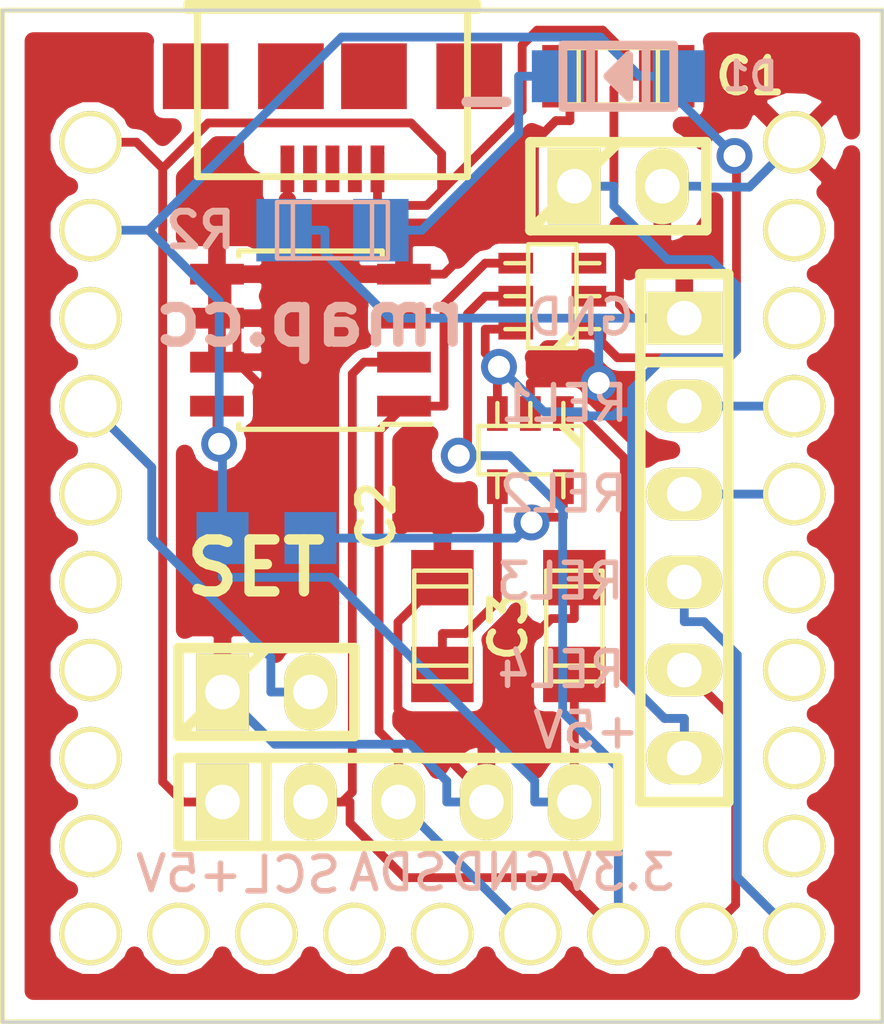
<source format=kicad_pcb>
(kicad_pcb (version 4) (host pcbnew 0.201509251832+6217~30~ubuntu14.04.1-product)

  (general
    (links 43)
    (no_connects 0)
    (area 135.560999 88.350089 177.545 130.849861)
    (thickness 1.6)
    (drawings 22)
    (tracks 210)
    (zones 0)
    (modules 16)
    (nets 14)
  )

  (page A4)
  (title_block
    (title "Stima - Microduino power and I/O connection board")
    (date 2015-07-28)
    (company http://rmap.cc/)
    (comment 2 "Released under MIT License(MIT)")
    (comment 3 "Author: Daniele Castellari dcast78@gmail.com")
    (comment 4 "This module is part of rmap project")
  )

  (layers
    (0 F.Cu signal)
    (31 B.Cu signal)
    (32 B.Adhes user hide)
    (33 F.Adhes user hide)
    (34 B.Paste user hide)
    (35 F.Paste user hide)
    (36 B.SilkS user)
    (37 F.SilkS user)
    (38 B.Mask user)
    (39 F.Mask user)
    (40 Dwgs.User user hide)
    (41 Cmts.User user hide)
    (42 Eco1.User user hide)
    (43 Eco2.User user hide)
    (44 Edge.Cuts user)
    (45 Margin user hide)
    (46 B.CrtYd user hide)
    (47 F.CrtYd user hide)
    (48 B.Fab user hide)
    (49 F.Fab user hide)
  )

  (setup
    (last_trace_width 0.254)
    (trace_clearance 0.254)
    (zone_clearance 0.127)
    (zone_45_only no)
    (trace_min 0.254)
    (segment_width 0.2)
    (edge_width 0.1)
    (via_size 1.035)
    (via_drill 0.635)
    (via_min_size 0.889)
    (via_min_drill 0.508)
    (uvia_size 0.6)
    (uvia_drill 0.254)
    (uvias_allowed no)
    (uvia_min_size 0.508)
    (uvia_min_drill 0.127)
    (pcb_text_width 0.3)
    (pcb_text_size 1.5 1.5)
    (mod_edge_width 0.2)
    (mod_text_size 1 1)
    (mod_text_width 0.2)
    (pad_size 1.50114 1.50114)
    (pad_drill 0)
    (pad_to_mask_clearance 0.2)
    (solder_mask_min_width 0.3)
    (pad_to_paste_clearance -0.2)
    (aux_axis_origin 0 0)
    (visible_elements 7FFFFF7F)
    (pcbplotparams
      (layerselection 0x010f0_80000001)
      (usegerberextensions false)
      (excludeedgelayer true)
      (linewidth 0.100000)
      (plotframeref false)
      (viasonmask false)
      (mode 1)
      (useauxorigin false)
      (hpglpennumber 1)
      (hpglpenspeed 20)
      (hpglpendiameter 15)
      (hpglpenoverlay 2)
      (psnegative false)
      (psa4output false)
      (plotreference true)
      (plotvalue true)
      (plotinvisibletext false)
      (padsonsilk false)
      (subtractmaskfromsilk false)
      (outputformat 1)
      (mirror false)
      (drillshape 0)
      (scaleselection 1)
      (outputdirectory ""))
  )

  (net 0 "")
  (net 1 "Net-(P2-Pad2)")
  (net 2 "Net-(P2-Pad3)")
  (net 3 "Net-(P2-Pad4)")
  (net 4 "Net-(P2-Pad5)")
  (net 5 "Net-(C2-Pad1)")
  (net 6 "Net-(P4-Pad2)")
  (net 7 GND)
  (net 8 /+5V)
  (net 9 /+3.3V)
  (net 10 /SCL)
  (net 11 /SDA)
  (net 12 "Net-(P6-Pad1)")
  (net 13 "Net-(D1-Pad2)")

  (net_class Default "This is the default net class."
    (clearance 0.254)
    (trace_width 0.254)
    (via_dia 1.035)
    (via_drill 0.635)
    (uvia_dia 0.6)
    (uvia_drill 0.254)
    (add_net /+3.3V)
    (add_net /+5V)
    (add_net /SCL)
    (add_net /SDA)
    (add_net GND)
    (add_net "Net-(C2-Pad1)")
    (add_net "Net-(D1-Pad2)")
    (add_net "Net-(P2-Pad2)")
    (add_net "Net-(P2-Pad3)")
    (add_net "Net-(P2-Pad4)")
    (add_net "Net-(P2-Pad5)")
    (add_net "Net-(P4-Pad2)")
    (add_net "Net-(P6-Pad1)")
  )

  (module Rmap:microduino (layer F.Cu) (tedit 554DCA4B) (tstamp 55056365)
    (at 148.59 105.41)
    (tags "foont print ruotato mettere i comp su F Cu")
    (path /5481E777)
    (fp_text reference U1 (at -6.985 -2.54) (layer F.SilkS) hide
      (effects (font (size 1.5 1.5) (thickness 0.15)))
    )
    (fp_text value Microduino (at 0 0) (layer F.SilkS) hide
      (effects (font (size 1.5 1.5) (thickness 0.15)))
    )
    (fp_line (start -12.7 -16.51) (end -12.7 -15.24) (layer F.SilkS) (width 0.15))
    (fp_line (start 12.7 -15.24) (end 12.7 -16.51) (layer F.SilkS) (width 0.15))
    (fp_line (start -12.7 -16.51) (end 12.7 -16.51) (layer F.SilkS) (width 0.15))
    (fp_line (start 12.7 -15.24) (end 12.7 12.7) (layer F.SilkS) (width 0.15))
    (fp_line (start 12.7 12.7) (end -12.7 12.7) (layer F.SilkS) (width 0.15))
    (fp_line (start -12.7 12.7) (end -12.7 -15.24) (layer F.SilkS) (width 0.15))
    (pad 27 thru_hole circle (at -10.16 -12.7) (size 1.8 1.8) (drill 1.5) (layers *.Cu *.Mask F.SilkS)
      (net 8 /+5V))
    (pad 26 thru_hole circle (at -10.16 -10.16) (size 1.8 1.8) (drill 1.5) (layers *.Cu *.Mask F.SilkS)
      (net 9 /+3.3V))
    (pad 25 thru_hole circle (at -10.16 -7.62) (size 1.8 1.8) (drill 1.5) (layers *.Cu *.Mask F.SilkS))
    (pad 24 thru_hole circle (at -10.16 -5.08) (size 1.8 1.8) (drill 1.5) (layers *.Cu *.Mask F.SilkS)
      (net 6 "Net-(P4-Pad2)"))
    (pad 23 thru_hole circle (at -10.16 -2.54) (size 1.8 1.8) (drill 1.5) (layers *.Cu *.Mask F.SilkS))
    (pad 22 thru_hole circle (at -10.16 0) (size 1.8 1.8) (drill 1.5) (layers *.Cu *.Mask F.SilkS))
    (pad 21 thru_hole circle (at -10.16 2.54) (size 1.8 1.8) (drill 1.5) (layers *.Cu *.Mask F.SilkS))
    (pad 20 thru_hole circle (at -10.16 5.08) (size 1.8 1.8) (drill 1.5) (layers *.Cu *.Mask F.SilkS))
    (pad 19 thru_hole circle (at -10.16 7.62) (size 1.8 1.8) (drill 1.5) (layers *.Cu *.Mask F.SilkS))
    (pad 18 thru_hole circle (at -10.16 10.16) (size 1.8 1.8) (drill 1.5) (layers *.Cu *.Mask F.SilkS))
    (pad 17 thru_hole circle (at -7.62 10.16) (size 1.8 1.8) (drill 1.5) (layers *.Cu *.Mask F.SilkS))
    (pad 16 thru_hole circle (at -5.08 10.16) (size 1.8 1.8) (drill 1.5) (layers *.Cu *.Mask F.SilkS))
    (pad 15 thru_hole circle (at -2.54 10.16) (size 1.8 1.8) (drill 1.5) (layers *.Cu *.Mask F.SilkS))
    (pad 14 thru_hole circle (at 0 10.16) (size 1.8 1.8) (drill 1.5) (layers *.Cu *.Mask F.SilkS))
    (pad 13 thru_hole circle (at 2.54 10.16) (size 1.8 1.8) (drill 1.5) (layers *.Cu *.Mask F.SilkS)
      (net 11 /SDA))
    (pad 12 thru_hole circle (at 5.08 10.16) (size 1.8 1.8) (drill 1.5) (layers *.Cu *.Mask F.SilkS)
      (net 10 /SCL))
    (pad 11 thru_hole circle (at 7.62 10.16) (size 1.8 1.8) (drill 1.5) (layers *.Cu *.Mask F.SilkS)
      (net 4 "Net-(P2-Pad5)"))
    (pad 9 thru_hole circle (at 10.16 7.62) (size 1.8 1.8) (drill 1.5) (layers *.Cu *.Mask F.SilkS))
    (pad 8 thru_hole circle (at 10.16 5.08) (size 1.8 1.8) (drill 1.5) (layers *.Cu *.Mask F.SilkS))
    (pad 7 thru_hole circle (at 10.16 2.54) (size 1.8 1.8) (drill 1.5) (layers *.Cu *.Mask F.SilkS))
    (pad 6 thru_hole circle (at 10.16 0) (size 1.8 1.8) (drill 1.5) (layers *.Cu *.Mask F.SilkS))
    (pad 5 thru_hole circle (at 10.16 -2.54) (size 1.8 1.8) (drill 1.5) (layers *.Cu *.Mask F.SilkS)
      (net 2 "Net-(P2-Pad3)"))
    (pad 4 thru_hole circle (at 10.16 -5.08) (size 1.8 1.8) (drill 1.5) (layers *.Cu *.Mask F.SilkS)
      (net 1 "Net-(P2-Pad2)"))
    (pad 3 thru_hole circle (at 10.16 -7.62) (size 1.8 1.8) (drill 1.5) (layers *.Cu *.Mask F.SilkS))
    (pad 2 thru_hole circle (at 10.16 -10.16) (size 1.8 1.8) (drill 1.5) (layers *.Cu *.Mask F.SilkS))
    (pad 10 thru_hole circle (at 10.16 10.16) (size 1.8 1.8) (drill 1.5) (layers *.Cu *.Mask F.SilkS)
      (net 3 "Net-(P2-Pad4)"))
    (pad 1 thru_hole circle (at 10.16 -12.7) (size 1.8 1.8) (drill 1.5) (layers *.Cu *.Mask F.SilkS)
      (net 7 GND))
  )

  (module Housings_SOIC:SOIC-8_3.9x4.9mm_Pitch1.27mm (layer F.Cu) (tedit 55B7A818) (tstamp 55032C37)
    (at 144.78 98.425 180)
    (descr "8-Lead Plastic Small Outline (SN) - Narrow, 3.90 mm Body [SOIC] (see Microchip Packaging Specification 00000049BS.pdf)")
    (tags "SOIC 1.27")
    (path /54900B59)
    (attr smd)
    (fp_text reference U4 (at 0 -3.5 180) (layer F.SilkS) hide
      (effects (font (size 1 1) (thickness 0.15)))
    )
    (fp_text value TMP275 (at 0 -1.27 270) (layer F.Fab) hide
      (effects (font (size 1 1) (thickness 0.2)))
    )
    (fp_line (start -3.75 -2.75) (end -3.75 2.75) (layer F.CrtYd) (width 0.05))
    (fp_line (start 3.75 -2.75) (end 3.75 2.75) (layer F.CrtYd) (width 0.05))
    (fp_line (start -3.75 -2.75) (end 3.75 -2.75) (layer F.CrtYd) (width 0.05))
    (fp_line (start -3.75 2.75) (end 3.75 2.75) (layer F.CrtYd) (width 0.05))
    (fp_line (start -2.075 -2.575) (end -2.075 -2.43) (layer F.SilkS) (width 0.15))
    (fp_line (start 2.075 -2.575) (end 2.075 -2.43) (layer F.SilkS) (width 0.15))
    (fp_line (start 2.075 2.575) (end 2.075 2.43) (layer F.SilkS) (width 0.15))
    (fp_line (start -2.075 2.575) (end -2.075 2.43) (layer F.SilkS) (width 0.15))
    (fp_line (start -2.075 -2.575) (end 2.075 -2.575) (layer F.SilkS) (width 0.15))
    (fp_line (start -2.075 2.575) (end 2.075 2.575) (layer F.SilkS) (width 0.15))
    (fp_line (start -2.075 -2.43) (end -3.475 -2.43) (layer F.SilkS) (width 0.15))
    (pad 1 smd rect (at -2.7 -1.905 180) (size 1.55 0.6) (layers F.Cu F.Paste F.Mask)
      (net 11 /SDA))
    (pad 2 smd rect (at -2.7 -0.635 180) (size 1.55 0.6) (layers F.Cu F.Paste F.Mask)
      (net 10 /SCL))
    (pad 3 smd rect (at -2.7 0.635 180) (size 1.55 0.6) (layers F.Cu F.Paste F.Mask))
    (pad 4 smd rect (at -2.7 1.905 180) (size 1.55 0.6) (layers F.Cu F.Paste F.Mask)
      (net 7 GND))
    (pad 5 smd rect (at 2.7 1.905 180) (size 1.55 0.6) (layers F.Cu F.Paste F.Mask)
      (net 7 GND))
    (pad 6 smd rect (at 2.7 0.635 180) (size 1.55 0.6) (layers F.Cu F.Paste F.Mask)
      (net 7 GND))
    (pad 7 smd rect (at 2.7 -0.635 180) (size 1.55 0.6) (layers F.Cu F.Paste F.Mask)
      (net 7 GND))
    (pad 8 smd rect (at 2.7 -1.905 180) (size 1.55 0.6) (layers F.Cu F.Paste F.Mask)
      (net 9 /+3.3V))
    (model Housings_SOIC.3dshapes/SOIC-8_3.9x4.9mm_Pitch1.27mm.wrl
      (at (xyz 0 0 0))
      (scale (xyz 1 1 1))
      (rotate (xyz 0 0 0))
    )
  )

  (module w_smd_cap:c_1206 (layer F.Cu) (tedit 554DC41B) (tstamp 554D2D65)
    (at 153.67 90.805)
    (descr "SMT capacitor, 1206")
    (path /548EC8AA)
    (fp_text reference C1 (at 3.81 0) (layer F.SilkS)
      (effects (font (size 1 1) (thickness 0.2)))
    )
    (fp_text value 1uF (at 0 1.27) (layer F.SilkS) hide
      (effects (font (size 0.50038 0.50038) (thickness 0.11938)))
    )
    (fp_line (start 1.143 0.8128) (end 1.143 -0.8128) (layer F.SilkS) (width 0.127))
    (fp_line (start -1.143 -0.8128) (end -1.143 0.8128) (layer F.SilkS) (width 0.127))
    (fp_line (start -1.6002 -0.8128) (end -1.6002 0.8128) (layer F.SilkS) (width 0.127))
    (fp_line (start -1.6002 0.8128) (end 1.6002 0.8128) (layer F.SilkS) (width 0.127))
    (fp_line (start 1.6002 0.8128) (end 1.6002 -0.8128) (layer F.SilkS) (width 0.127))
    (fp_line (start 1.6002 -0.8128) (end -1.6002 -0.8128) (layer F.SilkS) (width 0.127))
    (pad 1 smd rect (at 1.397 0) (size 1.6002 1.8034) (layers F.Cu F.Paste F.Mask)
      (net 8 /+5V))
    (pad 2 smd rect (at -1.397 0) (size 1.6002 1.8034) (layers F.Cu F.Paste F.Mask)
      (net 7 GND))
    (model walter/smd_cap/c_1206.wrl
      (at (xyz 0 0 0))
      (scale (xyz 1 1 1))
      (rotate (xyz 0 0 0))
    )
  )

  (module w_smd_cap:c_1206 (layer F.Cu) (tedit 554DBF59) (tstamp 554D2D6A)
    (at 148.59 106.68 270)
    (descr "SMT capacitor, 1206")
    (path /548ED280)
    (fp_text reference C2 (at -3.175 1.905 270) (layer F.SilkS)
      (effects (font (size 1 1) (thickness 0.2)))
    )
    (fp_text value 0.01uF (at 0 1.27 270) (layer F.SilkS) hide
      (effects (font (size 0.50038 0.50038) (thickness 0.11938)))
    )
    (fp_line (start 1.143 0.8128) (end 1.143 -0.8128) (layer F.SilkS) (width 0.127))
    (fp_line (start -1.143 -0.8128) (end -1.143 0.8128) (layer F.SilkS) (width 0.127))
    (fp_line (start -1.6002 -0.8128) (end -1.6002 0.8128) (layer F.SilkS) (width 0.127))
    (fp_line (start -1.6002 0.8128) (end 1.6002 0.8128) (layer F.SilkS) (width 0.127))
    (fp_line (start 1.6002 0.8128) (end 1.6002 -0.8128) (layer F.SilkS) (width 0.127))
    (fp_line (start 1.6002 -0.8128) (end -1.6002 -0.8128) (layer F.SilkS) (width 0.127))
    (pad 1 smd rect (at 1.397 0 270) (size 1.6002 1.8034) (layers F.Cu F.Paste F.Mask)
      (net 5 "Net-(C2-Pad1)"))
    (pad 2 smd rect (at -1.397 0 270) (size 1.6002 1.8034) (layers F.Cu F.Paste F.Mask)
      (net 7 GND))
    (model walter/smd_cap/c_1206.wrl
      (at (xyz 0 0 0))
      (scale (xyz 1 1 1))
      (rotate (xyz 0 0 0))
    )
  )

  (module w_smd_cap:c_1206 (layer F.Cu) (tedit 554DBF3D) (tstamp 554D2D6F)
    (at 152.4 106.68 270)
    (descr "SMT capacitor, 1206")
    (path /548EC94E)
    (fp_text reference C3 (at 0 1.905 450) (layer F.SilkS)
      (effects (font (size 1 1) (thickness 0.2)))
    )
    (fp_text value 2.2uF (at 0 1.27 270) (layer F.SilkS) hide
      (effects (font (size 0.50038 0.50038) (thickness 0.11938)))
    )
    (fp_line (start 1.143 0.8128) (end 1.143 -0.8128) (layer F.SilkS) (width 0.127))
    (fp_line (start -1.143 -0.8128) (end -1.143 0.8128) (layer F.SilkS) (width 0.127))
    (fp_line (start -1.6002 -0.8128) (end -1.6002 0.8128) (layer F.SilkS) (width 0.127))
    (fp_line (start -1.6002 0.8128) (end 1.6002 0.8128) (layer F.SilkS) (width 0.127))
    (fp_line (start 1.6002 0.8128) (end 1.6002 -0.8128) (layer F.SilkS) (width 0.127))
    (fp_line (start 1.6002 -0.8128) (end -1.6002 -0.8128) (layer F.SilkS) (width 0.127))
    (pad 1 smd rect (at 1.397 0 270) (size 1.6002 1.8034) (layers F.Cu F.Paste F.Mask)
      (net 9 /+3.3V))
    (pad 2 smd rect (at -1.397 0 270) (size 1.6002 1.8034) (layers F.Cu F.Paste F.Mask)
      (net 7 GND))
    (model walter/smd_cap/c_1206.wrl
      (at (xyz 0 0 0))
      (scale (xyz 1 1 1))
      (rotate (xyz 0 0 0))
    )
  )

  (module w_pin_strip:pin_strip_2 (layer F.Cu) (tedit 55A25CA5) (tstamp 554D2D82)
    (at 153.67 93.98)
    (descr "Pin strip 2pin")
    (tags "CONN DEV")
    (path /548ED0A4)
    (fp_text reference P1 (at -3.81 -1.27) (layer B.SilkS) hide
      (effects (font (size 1.016 1.016) (thickness 0.2032)) (justify mirror))
    )
    (fp_text value CONN_01X02 (at 0.254 -3.556) (layer F.SilkS) hide
      (effects (font (size 1.016 0.889) (thickness 0.2032)))
    )
    (fp_line (start -2.54 1.27) (end 0 -1.27) (layer F.SilkS) (width 0.3048))
    (fp_line (start 2.54 1.27) (end -2.54 1.27) (layer F.SilkS) (width 0.3048))
    (fp_line (start -2.54 -1.27) (end 2.54 -1.27) (layer F.SilkS) (width 0.3048))
    (fp_line (start -2.54 1.27) (end -2.54 -1.27) (layer F.SilkS) (width 0.3048))
    (fp_line (start 2.54 -1.27) (end 2.54 1.27) (layer F.SilkS) (width 0.3048))
    (pad 1 thru_hole rect (at -1.27 0) (size 1.524 2.19964) (drill 1.00076) (layers *.Cu *.Mask F.SilkS)
      (net 8 /+5V))
    (pad 2 thru_hole oval (at 1.27 0) (size 1.524 2.19964) (drill 1.00076) (layers *.Cu *.Mask F.SilkS)
      (net 7 GND))
    (model walter/pin_strip/pin_strip_2.wrl
      (at (xyz 0 0 0))
      (scale (xyz 1 1 1))
      (rotate (xyz 0 0 0))
    )
  )

  (module w_pin_strip:pin_strip_6 (layer F.Cu) (tedit 559FF586) (tstamp 554D2D87)
    (at 155.575 104.14 270)
    (descr "Pin strip 6pin")
    (tags "CONN DEV")
    (path /5481F542)
    (fp_text reference P2 (at -3.81 2.54 270) (layer B.SilkS) hide
      (effects (font (size 1 1) (thickness 0.2)) (justify mirror))
    )
    (fp_text value CONN_RELE_BOARD (at 0.254 -3.556 270) (layer F.SilkS) hide
      (effects (font (size 1.016 0.889) (thickness 0.2032)))
    )
    (fp_line (start -5.08 -1.27) (end -5.08 1.27) (layer F.SilkS) (width 0.3048))
    (fp_line (start -7.62 1.27) (end -7.62 -1.27) (layer F.SilkS) (width 0.3048))
    (fp_line (start -7.62 -1.27) (end 7.62 -1.27) (layer F.SilkS) (width 0.3048))
    (fp_line (start 7.62 -1.27) (end 7.62 1.27) (layer F.SilkS) (width 0.3048))
    (fp_line (start 7.62 1.27) (end -7.62 1.27) (layer F.SilkS) (width 0.3048))
    (pad 1 thru_hole rect (at -6.35 0 270) (size 1.524 2.19964) (drill 1.00076) (layers *.Cu *.Mask F.SilkS)
      (net 7 GND))
    (pad 2 thru_hole oval (at -3.81 0 270) (size 1.524 2.19964) (drill 1.00076) (layers *.Cu *.Mask F.SilkS)
      (net 1 "Net-(P2-Pad2)"))
    (pad 3 thru_hole oval (at -1.27 0 270) (size 1.524 2.19964) (drill 1.00076) (layers *.Cu *.Mask F.SilkS)
      (net 2 "Net-(P2-Pad3)"))
    (pad 4 thru_hole oval (at 1.27 0 270) (size 1.524 2.19964) (drill 1.00076) (layers *.Cu *.Mask F.SilkS)
      (net 3 "Net-(P2-Pad4)"))
    (pad 5 thru_hole oval (at 3.81 0 270) (size 1.524 2.19964) (drill 1.00076) (layers *.Cu *.Mask F.SilkS)
      (net 4 "Net-(P2-Pad5)"))
    (pad 6 thru_hole oval (at 6.35 0 270) (size 1.524 2.19964) (drill 1.00076) (layers *.Cu *.Mask F.SilkS)
      (net 8 /+5V))
    (model walter/pin_strip/pin_strip_6.wrl
      (at (xyz 0 0 0))
      (scale (xyz 1 1 1))
      (rotate (xyz 0 0 0))
    )
  )

  (module w_pin_strip:pin_strip_5 (layer F.Cu) (tedit 559FF51F) (tstamp 554D2D90)
    (at 147.32 111.76)
    (descr "Pin strip 5pin")
    (tags "CONN DEV")
    (path /548EA5F0)
    (fp_text reference P3 (at 0 -2.54) (layer B.SilkS) hide
      (effects (font (size 1 1) (thickness 0.2)) (justify mirror))
    )
    (fp_text value CONN_01X05 (at 0.254 -3.556) (layer F.SilkS) hide
      (effects (font (size 1.016 0.889) (thickness 0.2032)))
    )
    (fp_line (start -3.81 -1.27) (end -3.81 1.27) (layer F.SilkS) (width 0.3048))
    (fp_line (start 6.35 1.27) (end -6.35 1.27) (layer F.SilkS) (width 0.3048))
    (fp_line (start -6.35 -1.27) (end 6.35 -1.27) (layer F.SilkS) (width 0.3048))
    (fp_line (start -6.35 1.27) (end -6.35 -1.27) (layer F.SilkS) (width 0.3048))
    (fp_line (start 6.35 -1.27) (end 6.35 1.27) (layer F.SilkS) (width 0.3048))
    (pad 1 thru_hole rect (at -5.08 0) (size 1.524 2.19964) (drill 1.00076) (layers *.Cu *.Mask F.SilkS)
      (net 8 /+5V))
    (pad 2 thru_hole oval (at -2.54 0) (size 1.524 2.19964) (drill 1.00076) (layers *.Cu *.Mask F.SilkS)
      (net 10 /SCL))
    (pad 3 thru_hole oval (at 0 0) (size 1.524 2.19964) (drill 1.00076) (layers *.Cu *.Mask F.SilkS)
      (net 11 /SDA))
    (pad 4 thru_hole oval (at 2.54 0) (size 1.524 2.19964) (drill 1.00076) (layers *.Cu *.Mask F.SilkS)
      (net 7 GND))
    (pad 5 thru_hole oval (at 5.08 0) (size 1.524 2.19964) (drill 1.00076) (layers *.Cu *.Mask F.SilkS)
      (net 9 /+3.3V))
    (model walter/pin_strip/pin_strip_5.wrl
      (at (xyz 0 0 0))
      (scale (xyz 1 1 1))
      (rotate (xyz 0 0 0))
    )
  )

  (module w_pin_strip:pin_strip_2 (layer F.Cu) (tedit 559FF519) (tstamp 554D2D98)
    (at 143.51 108.585)
    (descr "Pin strip 2pin")
    (tags "CONN DEV")
    (path /54837A8A)
    (fp_text reference P4 (at 0 -3.175) (layer B.SilkS) hide
      (effects (font (size 1.016 1.016) (thickness 0.2032)) (justify mirror))
    )
    (fp_text value CONFIG (at 0.254 -3.556) (layer F.SilkS) hide
      (effects (font (size 1.016 0.889) (thickness 0.2032)))
    )
    (fp_line (start -2.54 1.27) (end 0 -1.27) (layer F.SilkS) (width 0.3048))
    (fp_line (start 2.54 1.27) (end -2.54 1.27) (layer F.SilkS) (width 0.3048))
    (fp_line (start -2.54 -1.27) (end 2.54 -1.27) (layer F.SilkS) (width 0.3048))
    (fp_line (start -2.54 1.27) (end -2.54 -1.27) (layer F.SilkS) (width 0.3048))
    (fp_line (start 2.54 -1.27) (end 2.54 1.27) (layer F.SilkS) (width 0.3048))
    (pad 1 thru_hole rect (at -1.27 0) (size 1.524 2.19964) (drill 1.00076) (layers *.Cu *.Mask F.SilkS)
      (net 7 GND))
    (pad 2 thru_hole oval (at 1.27 0) (size 1.524 2.19964) (drill 1.00076) (layers *.Cu *.Mask F.SilkS)
      (net 6 "Net-(P4-Pad2)"))
    (model walter/pin_strip/pin_strip_2.wrl
      (at (xyz 0 0 0))
      (scale (xyz 1 1 1))
      (rotate (xyz 0 0 0))
    )
  )

  (module w_smd_trans:sot23-6 (layer F.Cu) (tedit 55A25C93) (tstamp 554D2DA2)
    (at 151.765 97.155 90)
    (descr SOT23-6)
    (path /548EAF78)
    (fp_text reference U2 (at 2.54 -2.54 90) (layer F.SilkS) hide
      (effects (font (size 1 1) (thickness 0.2)))
    )
    (fp_text value ESDA6V1-5SC6 (at 0 0 90) (layer F.SilkS) hide
      (effects (font (size 0.50038 0.50038) (thickness 0.09906)))
    )
    (fp_line (start -0.8509 0.6985) (end -1.4986 0.0508) (layer F.SilkS) (width 0.127))
    (fp_line (start -1.0033 0.6985) (end -1.4986 0.2032) (layer F.SilkS) (width 0.127))
    (fp_line (start 0 -0.6985) (end 0 -1.3589) (layer F.SilkS) (width 0.127))
    (fp_line (start 0.9525 -0.6985) (end 0.9525 -1.3589) (layer F.SilkS) (width 0.127))
    (fp_line (start -0.9525 -0.6985) (end -0.9525 -1.3589) (layer F.SilkS) (width 0.127))
    (fp_line (start 0 0.6985) (end 0 1.3589) (layer F.SilkS) (width 0.127))
    (fp_line (start 0.9525 0.6985) (end 0.9525 1.3589) (layer F.SilkS) (width 0.127))
    (fp_line (start -0.9525 0.6985) (end -0.9525 1.3589) (layer F.SilkS) (width 0.127))
    (fp_line (start -1.4986 -0.6985) (end 1.4986 -0.6985) (layer F.SilkS) (width 0.127))
    (fp_line (start 1.4986 -0.6985) (end 1.4986 0.6985) (layer F.SilkS) (width 0.127))
    (fp_line (start 1.4986 0.6985) (end -1.4986 0.6985) (layer F.SilkS) (width 0.127))
    (fp_line (start -1.4986 0.6985) (end -1.4986 -0.6985) (layer F.SilkS) (width 0.127))
    (pad 1 smd rect (at -0.9525 1.05664 90) (size 0.59944 1.00076) (layers F.Cu F.Paste F.Mask)
      (net 9 /+3.3V))
    (pad 3 smd rect (at 0.9525 1.05664 90) (size 0.59944 1.00076) (layers F.Cu F.Paste F.Mask))
    (pad 2 smd rect (at 0 1.05664 90) (size 0.59944 1.00076) (layers F.Cu F.Paste F.Mask)
      (net 7 GND))
    (pad 4 smd rect (at 0.9525 -1.05664 90) (size 0.59944 1.00076) (layers F.Cu F.Paste F.Mask)
      (net 11 /SDA))
    (pad 6 smd rect (at -0.9525 -1.05664 90) (size 0.59944 1.00076) (layers F.Cu F.Paste F.Mask)
      (net 8 /+5V))
    (pad 5 smd rect (at 0 -1.05664 90) (size 0.59944 1.00076) (layers F.Cu F.Paste F.Mask)
      (net 10 /SCL))
    (model walter/smd_trans/sot23-6.wrl
      (at (xyz 0 0 0))
      (scale (xyz 1 1 1))
      (rotate (xyz 0 0 0))
    )
  )

  (module w_smd_trans:sot23-5 (layer F.Cu) (tedit 55A25C96) (tstamp 554D2DAB)
    (at 151.13 101.6 180)
    (descr SOT23-5)
    (path /548EC800)
    (fp_text reference U3 (at 3.175 -0.635 270) (layer F.SilkS) hide
      (effects (font (size 1 1) (thickness 0.2)))
    )
    (fp_text value LP2985LV (at 0 0 180) (layer F.SilkS) hide
      (effects (font (size 0.50038 0.50038) (thickness 0.09906)))
    )
    (fp_line (start -0.8509 0.6985) (end -1.4986 0.0508) (layer F.SilkS) (width 0.127))
    (fp_line (start -1.0033 0.6985) (end -1.4986 0.2032) (layer F.SilkS) (width 0.127))
    (fp_line (start 0.9525 -0.6985) (end 0.9525 -1.3589) (layer F.SilkS) (width 0.127))
    (fp_line (start -0.9525 -0.6985) (end -0.9525 -1.3589) (layer F.SilkS) (width 0.127))
    (fp_line (start 0 0.6985) (end 0 1.3589) (layer F.SilkS) (width 0.127))
    (fp_line (start 0.9525 0.6985) (end 0.9525 1.3589) (layer F.SilkS) (width 0.127))
    (fp_line (start -0.9525 0.6985) (end -0.9525 1.3589) (layer F.SilkS) (width 0.127))
    (fp_line (start -1.4986 -0.6985) (end 1.4986 -0.6985) (layer F.SilkS) (width 0.127))
    (fp_line (start 1.4986 -0.6985) (end 1.4986 0.6985) (layer F.SilkS) (width 0.127))
    (fp_line (start 1.4986 0.6985) (end -1.4986 0.6985) (layer F.SilkS) (width 0.127))
    (fp_line (start -1.4986 0.6985) (end -1.4986 -0.6985) (layer F.SilkS) (width 0.127))
    (pad 1 smd rect (at -0.9525 1.05664 180) (size 0.59944 1.00076) (layers F.Cu F.Paste F.Mask)
      (net 8 /+5V))
    (pad 3 smd rect (at 0.9525 1.05664 180) (size 0.59944 1.00076) (layers F.Cu F.Paste F.Mask)
      (net 8 /+5V))
    (pad 2 smd rect (at 0 1.05664 180) (size 0.59944 1.00076) (layers F.Cu F.Paste F.Mask)
      (net 7 GND))
    (pad 4 smd rect (at 0.9525 -1.05664 180) (size 0.59944 1.00076) (layers F.Cu F.Paste F.Mask)
      (net 5 "Net-(C2-Pad1)"))
    (pad 5 smd rect (at -0.9525 -1.05664 180) (size 0.59944 1.00076) (layers F.Cu F.Paste F.Mask)
      (net 12 "Net-(P6-Pad1)"))
    (model walter/smd_trans/sot23-5.wrl
      (at (xyz 0 0 0))
      (scale (xyz 1 1 1))
      (rotate (xyz 0 0 0))
    )
  )

  (module w_conn_pc:conn_usb_B_micro_smd-2 (layer F.Cu) (tedit 55A25C78) (tstamp 554D2F0E)
    (at 145.415 90.805 180)
    (descr "USB B micro SMD connector with retention pins")
    (path /554DBDBA)
    (fp_text reference P5 (at 5.08 -1.905 180) (layer F.SilkS) hide
      (effects (font (size 0.50038 0.50038) (thickness 0.09906)))
    )
    (fp_text value USB_OTG (at 0 -4.445 180) (layer F.SilkS) hide
      (effects (font (size 1 1) (thickness 0.2)))
    )
    (fp_line (start -4.20116 1.99898) (end 4.20116 1.99898) (layer F.SilkS) (width 0.20066))
    (fp_line (start -4.20116 2.10058) (end 4.20116 2.10058) (layer F.SilkS) (width 0.20066))
    (fp_line (start 4.20116 2.10058) (end 4.20116 1.89992) (layer F.SilkS) (width 0.20066))
    (fp_line (start 4.20116 1.89992) (end -4.20116 1.89992) (layer F.SilkS) (width 0.20066))
    (fp_line (start -4.20116 1.89992) (end -4.20116 2.10058) (layer F.SilkS) (width 0.20066))
    (fp_line (start -3.8989 2.10058) (end -3.8989 -2.90068) (layer F.SilkS) (width 0.20066))
    (fp_line (start -3.8989 -2.90068) (end 3.8989 -2.90068) (layer F.SilkS) (width 0.20066))
    (fp_line (start 3.8989 -2.90068) (end 3.8989 2.10058) (layer F.SilkS) (width 0.20066))
    (pad "" smd rect (at -1.19888 0 180) (size 1.89738 1.89738) (layers F.Cu F.Paste F.Mask))
    (pad "" smd rect (at 1.19888 0 180) (size 1.89738 1.89738) (layers F.Cu F.Paste F.Mask))
    (pad "" smd rect (at 3.9497 0 180) (size 1.89738 1.89738) (layers F.Cu F.Paste F.Mask))
    (pad "" smd rect (at -3.9497 0 180) (size 1.89738 1.89738) (layers F.Cu F.Paste F.Mask))
    (pad 1 smd rect (at -1.30048 -2.67462 180) (size 0.39878 1.34874) (layers F.Cu F.Paste F.Mask)
      (net 8 /+5V))
    (pad 2 smd rect (at -0.6477 -2.67462 180) (size 0.39878 1.3462) (layers F.Cu F.Paste F.Mask))
    (pad 3 smd rect (at 0 -2.67462 180) (size 0.39878 1.3462) (layers F.Cu F.Paste F.Mask))
    (pad 4 smd rect (at 0.6477 -2.67462 180) (size 0.39878 1.3462) (layers F.Cu F.Paste F.Mask))
    (pad 5 smd rect (at 1.30048 -2.67462 180) (size 0.39878 1.3462) (layers F.Cu F.Paste F.Mask)
      (net 7 GND))
    (pad "" np_thru_hole circle (at 1.89738 -2.1463 180) (size 0.79756 0.79756) (drill 0.79756) (layers *.Cu *.Mask F.SilkS))
    (pad "" np_thru_hole circle (at -1.89992 -2.14884 180) (size 0.79756 0.79756) (drill 0.79756) (layers *.Cu *.Mask F.SilkS))
    (model walter/conn_pc/usb_B_micro_smd-2.wrl
      (at (xyz 0 0 0))
      (scale (xyz 1 1 1))
      (rotate (xyz 0 0 0))
    )
  )

  (module w_smd_resistors:r_1206 (layer B.Cu) (tedit 55F73868) (tstamp 554DB9BA)
    (at 145.415 95.25)
    (descr "SMT resistor, 1206")
    (path /554DCBB2)
    (fp_text reference R2 (at -3.81 0) (layer B.SilkS)
      (effects (font (size 1 1) (thickness 0.2)) (justify mirror))
    )
    (fp_text value 150 (at 0 -1.27) (layer B.SilkS) hide
      (effects (font (size 0.50038 0.50038) (thickness 0.11938)) (justify mirror))
    )
    (fp_line (start 1.143 -0.8128) (end 1.143 0.8128) (layer B.SilkS) (width 0.127))
    (fp_line (start -1.143 0.8128) (end -1.143 -0.8128) (layer B.SilkS) (width 0.127))
    (fp_line (start -1.6002 0.8128) (end -1.6002 -0.8128) (layer B.SilkS) (width 0.127))
    (fp_line (start -1.6002 -0.8128) (end 1.6002 -0.8128) (layer B.SilkS) (width 0.127))
    (fp_line (start 1.6002 -0.8128) (end 1.6002 0.8128) (layer B.SilkS) (width 0.127))
    (fp_line (start 1.6002 0.8128) (end -1.6002 0.8128) (layer B.SilkS) (width 0.127))
    (pad 1 smd rect (at 1.397 0) (size 1.6002 1.8034) (layers B.Cu B.Paste B.Mask)
      (net 13 "Net-(D1-Pad2)"))
    (pad 2 smd rect (at -1.397 0) (size 1.6002 1.8034) (layers B.Cu B.Paste B.Mask)
      (net 7 GND))
    (model walter/smd_resistors/r_1206.wrl
      (at (xyz 0 0 0))
      (scale (xyz 1 1 1))
      (rotate (xyz 0 0 0))
    )
  )

  (module Measurement_Points:Measurement_Point_Square-SMD-Pad_Small (layer B.Cu) (tedit 55F7366E) (tstamp 55F70AE5)
    (at 144.78 104.14)
    (descr "Mesurement Point, Square, SMD Pad,  1.5mm x 1.5mm,")
    (tags "Mesurement Point, Square, SMD Pad, 1.5mm x 1.5mm,")
    (path /55F70AFE)
    (fp_text reference P6 (at 0 3.81) (layer B.SilkS) hide
      (effects (font (size 1 1) (thickness 0.15)) (justify mirror))
    )
    (fp_text value CONN_01X01 (at 2.54 -3.81) (layer B.Fab) hide
      (effects (font (size 1 1) (thickness 0.15)) (justify mirror))
    )
    (pad 1 smd rect (at 0 0) (size 1.50114 1.50114) (layers B.Cu B.Paste B.Mask)
      (net 12 "Net-(P6-Pad1)"))
  )

  (module Measurement_Points:Measurement_Point_Square-SMD-Pad_Small (layer B.Cu) (tedit 55F73611) (tstamp 55F70AEA)
    (at 142.24 104.14)
    (descr "Mesurement Point, Square, SMD Pad,  1.5mm x 1.5mm,")
    (tags "Mesurement Point, Square, SMD Pad, 1.5mm x 1.5mm,")
    (path /55F70BDA)
    (fp_text reference P7 (at 0 3.81) (layer B.SilkS) hide
      (effects (font (size 1 1) (thickness 0.15)) (justify mirror))
    )
    (fp_text value CONN_01X01 (at 2.54 -3.81) (layer B.Fab) hide
      (effects (font (size 1 1) (thickness 0.15)) (justify mirror))
    )
    (pad 1 smd rect (at 0 0) (size 1.50114 1.50114) (layers B.Cu B.Paste B.Mask)
      (net 9 /+3.3V))
  )

  (module w_smd_leds:Led_1206 (layer B.Cu) (tedit 5612CD91) (tstamp 5612CD63)
    (at 153.67 90.805 180)
    (descr "SMD LED_ 1206")
    (path /554DCB01)
    (fp_text reference D1 (at -3.81 0 180) (layer B.SilkS)
      (effects (font (size 0.8001 0.8001) (thickness 0.14986)) (justify mirror))
    )
    (fp_text value LED_SMD (at 0 -1.80086 180) (layer B.SilkS) hide
      (effects (font (size 0.8001 0.8001) (thickness 0.14986)) (justify mirror))
    )
    (fp_line (start 0 0.20066) (end 0 -0.09906) (layer B.SilkS) (width 0.254))
    (fp_line (start -0.09906 -0.29972) (end -0.09906 0.29972) (layer B.SilkS) (width 0.254))
    (fp_line (start -0.29972 0.59944) (end -0.29972 -0.59944) (layer B.SilkS) (width 0.254))
    (fp_line (start -0.29972 -0.59944) (end 0.29972 0) (layer B.SilkS) (width 0.254))
    (fp_line (start 0.29972 0) (end -0.29972 0.59944) (layer B.SilkS) (width 0.254))
    (fp_line (start 0.8001 -0.89916) (end 0.8001 0.89916) (layer B.SilkS) (width 0.254))
    (fp_line (start -0.8001 0.89916) (end -0.8001 -0.89916) (layer B.SilkS) (width 0.254))
    (fp_line (start -1.6002 0.89916) (end 1.6002 0.89916) (layer B.SilkS) (width 0.254))
    (fp_line (start 1.6002 0.89916) (end 1.6002 -0.89916) (layer B.SilkS) (width 0.254))
    (fp_line (start 1.6002 -0.89916) (end -1.6002 -0.89916) (layer B.SilkS) (width 0.254))
    (fp_line (start -1.6002 -0.89916) (end -1.6002 0.89916) (layer B.SilkS) (width 0.254))
    (pad 1 smd rect (at -1.74752 0 180) (size 1.4986 1.4986) (layers B.Cu B.Paste B.Mask)
      (net 9 /+3.3V))
    (pad 2 smd rect (at 1.74752 0 180) (size 1.4986 1.4986) (layers B.Cu B.Paste B.Mask)
      (net 13 "Net-(D1-Pad2)"))
    (model walter/smd_leds/led_1206.wrl
      (at (xyz 0 0 0))
      (scale (xyz 1 1 1))
      (rotate (xyz 0 0 0))
    )
  )

  (dimension 29.21 (width 0.3) (layer Eco2.User)
    (gr_text "29,210 mm" (at 170.895 103.505 270) (layer Eco2.User)
      (effects (font (size 1.5 1.5) (thickness 0.3)))
    )
    (feature1 (pts (xy 161.29 118.11) (xy 172.245 118.11)))
    (feature2 (pts (xy 161.29 88.9) (xy 172.245 88.9)))
    (crossbar (pts (xy 169.545 88.9) (xy 169.545 118.11)))
    (arrow1a (pts (xy 169.545 118.11) (xy 168.958579 116.983496)))
    (arrow1b (pts (xy 169.545 118.11) (xy 170.131421 116.983496)))
    (arrow2a (pts (xy 169.545 88.9) (xy 168.958579 90.026504)))
    (arrow2b (pts (xy 169.545 88.9) (xy 170.131421 90.026504)))
  )
  (gr_line (start 161.29 117.475) (end 161.29 118.11) (angle 90) (layer F.Fab) (width 0.2))
  (gr_line (start 161.29 118.11) (end 161.29 117.475) (angle 90) (layer F.Fab) (width 0.2))
  (gr_line (start 135.89 118.11) (end 161.29 118.11) (angle 90) (layer F.Fab) (width 0.2))
  (gr_text REL4 (at 152.019 107.9373) (layer B.SilkS)
    (effects (font (size 1 1) (thickness 0.16)) (justify mirror))
  )
  (gr_text REL3 (at 151.9936 105.3846) (layer B.SilkS)
    (effects (font (size 1 1) (thickness 0.16)) (justify mirror))
  )
  (gr_text REL2 (at 152.0825 102.87) (layer B.SilkS)
    (effects (font (size 1 1) (thickness 0.16)) (justify mirror))
  )
  (gr_text REL1 (at 152.1079 100.2538) (layer B.SilkS)
    (effects (font (size 1 1) (thickness 0.16)) (justify mirror))
  )
  (gr_text GND (at 152.5905 97.7646) (layer B.SilkS)
    (effects (font (size 1 1) (thickness 0.16)) (justify mirror))
  )
  (gr_text +5V (at 152.7429 109.6899) (layer B.SilkS)
    (effects (font (size 1 1) (thickness 0.16)) (justify mirror))
  )
  (gr_text SET (at 143.2 105) (layer F.SilkS)
    (effects (font (size 1.5 1.5) (thickness 0.3)))
  )
  (gr_text 3.3V (at 153.67 113.792) (layer B.SilkS)
    (effects (font (size 1 1) (thickness 0.16)) (justify mirror))
  )
  (gr_text GND (at 150.368 113.792) (layer B.SilkS)
    (effects (font (size 1 1) (thickness 0.16)) (justify mirror))
  )
  (gr_text SDA (at 147.3073 113.8047) (layer B.SilkS)
    (effects (font (size 1 1) (thickness 0.16)) (justify mirror))
  )
  (gr_text +5V (at 141.2748 113.8301) (layer B.SilkS)
    (effects (font (size 1 1) (thickness 0.16)) (justify mirror))
  )
  (gr_text SCL (at 144.2593 113.8682) (layer B.SilkS)
    (effects (font (size 1 1) (thickness 0.16)) (justify mirror))
  )
  (gr_text - (at 149.86 91.44) (layer B.SilkS)
    (effects (font (size 1.5 1.5) (thickness 0.3)))
  )
  (gr_text rmap.cc (at 144.78 97.79) (layer B.SilkS)
    (effects (font (size 1.5 1.5) (thickness 0.3)) (justify mirror))
  )
  (gr_line (start 135.89 118.11) (end 135.89 88.9) (angle 90) (layer Edge.Cuts) (width 0.1))
  (gr_line (start 161.29 118.11) (end 135.89 118.11) (angle 90) (layer Edge.Cuts) (width 0.1))
  (gr_line (start 161.29 88.9) (end 161.29 118.11) (angle 90) (layer Edge.Cuts) (width 0.1))
  (gr_line (start 135.89 88.9) (end 161.29 88.9) (angle 90) (layer Edge.Cuts) (width 0.1))

  (segment (start 155.575 100.33) (end 158.75 100.33) (width 0.254) (layer B.Cu) (net 1))
  (segment (start 155.575 102.87) (end 158.75 102.87) (width 0.254) (layer B.Cu) (net 2))
  (segment (start 157.1045 113.9245) (end 158.75 115.57) (width 0.254) (layer B.Cu) (net 3))
  (segment (start 157.1045 107.5112) (end 157.1045 113.9245) (width 0.254) (layer B.Cu) (net 3))
  (segment (start 156.1466 106.5533) (end 157.1045 107.5112) (width 0.254) (layer B.Cu) (net 3))
  (segment (start 155.575 106.5533) (end 156.1466 106.5533) (width 0.254) (layer B.Cu) (net 3))
  (segment (start 155.575 105.41) (end 155.575 106.5533) (width 0.254) (layer B.Cu) (net 3))
  (segment (start 157.0587 114.7213) (end 156.21 115.57) (width 0.254) (layer F.Cu) (net 4))
  (segment (start 157.0587 109.4337) (end 157.0587 114.7213) (width 0.254) (layer F.Cu) (net 4))
  (segment (start 155.575 107.95) (end 157.0587 109.4337) (width 0.254) (layer F.Cu) (net 4))
  (segment (start 149.2545 106.8956) (end 148.59 106.8956) (width 0.254) (layer F.Cu) (net 5))
  (segment (start 150.1775 105.9726) (end 149.2545 106.8956) (width 0.254) (layer F.Cu) (net 5))
  (segment (start 150.1775 102.6566) (end 150.1775 105.9726) (width 0.254) (layer F.Cu) (net 5))
  (segment (start 148.59 108.077) (end 148.59 106.8956) (width 0.254) (layer F.Cu) (net 5))
  (segment (start 140.1971 102.0971) (end 138.43 100.33) (width 0.254) (layer B.Cu) (net 6))
  (segment (start 140.1971 104.1392) (end 140.1971 102.0971) (width 0.254) (layer B.Cu) (net 6))
  (segment (start 143.6367 107.5788) (end 140.1971 104.1392) (width 0.254) (layer B.Cu) (net 6))
  (segment (start 143.6367 108.585) (end 143.6367 107.5788) (width 0.254) (layer B.Cu) (net 6))
  (segment (start 144.78 108.585) (end 143.6367 108.585) (width 0.254) (layer B.Cu) (net 6))
  (via (at 153.1043 99.6617) (size 1.035) (layers F.Cu B.Cu) (net 7))
  (segment (start 152.8216 97.155) (end 153.7033 97.155) (width 0.254) (layer F.Cu) (net 7))
  (segment (start 154.8345 97.79) (end 155.3187 97.79) (width 0.254) (layer F.Cu) (net 7))
  (segment (start 155.575 97.79) (end 155.3187 97.79) (width 0.254) (layer F.Cu) (net 7))
  (segment (start 154.94 93.98) (end 156.0833 93.98) (width 0.254) (layer B.Cu) (net 7))
  (segment (start 144.018 95.25) (end 145.1994 95.25) (width 0.254) (layer B.Cu) (net 7))
  (segment (start 144.1145 93.4796) (end 144.1145 94.534) (width 0.254) (layer F.Cu) (net 7))
  (segment (start 154.5913 97.79) (end 154.6023 97.79) (width 0.254) (layer F.Cu) (net 7))
  (segment (start 154.8345 97.79) (end 154.6023 97.79) (width 0.254) (layer F.Cu) (net 7))
  (segment (start 154.5913 97.79) (end 154.0939 97.79) (width 0.254) (layer F.Cu) (net 7))
  (segment (start 142.08 99.06) (end 142.6582 99.06) (width 0.254) (layer F.Cu) (net 7))
  (segment (start 142.3691 97.79) (end 142.3691 96.52) (width 0.254) (layer F.Cu) (net 7))
  (segment (start 142.08 96.52) (end 142.3691 96.52) (width 0.254) (layer F.Cu) (net 7))
  (segment (start 142.3691 96.52) (end 143.2363 96.52) (width 0.254) (layer F.Cu) (net 7))
  (segment (start 142.08 97.79) (end 142.3691 97.79) (width 0.254) (layer F.Cu) (net 7))
  (segment (start 142.3691 97.79) (end 142.6582 97.79) (width 0.254) (layer F.Cu) (net 7))
  (segment (start 151.7355 106.4644) (end 152.4 106.4644) (width 0.254) (layer F.Cu) (net 7))
  (segment (start 150.3338 107.8661) (end 151.7355 106.4644) (width 0.254) (layer F.Cu) (net 7))
  (segment (start 150.3338 109.805) (end 150.3338 107.8661) (width 0.254) (layer F.Cu) (net 7))
  (segment (start 149.86 110.2788) (end 150.3338 109.805) (width 0.254) (layer F.Cu) (net 7))
  (segment (start 152.4 105.283) (end 152.4 106.4644) (width 0.254) (layer F.Cu) (net 7))
  (segment (start 149.86 111.76) (end 149.86 111.0194) (width 0.254) (layer F.Cu) (net 7))
  (segment (start 149.86 111.0194) (end 149.86 110.2788) (width 0.254) (layer F.Cu) (net 7))
  (segment (start 147.3069 106.5661) (end 148.59 105.283) (width 0.254) (layer F.Cu) (net 7))
  (segment (start 147.3069 109.0572) (end 147.3069 106.5661) (width 0.254) (layer F.Cu) (net 7))
  (segment (start 149.2691 111.0194) (end 147.3069 109.0572) (width 0.254) (layer F.Cu) (net 7))
  (segment (start 149.86 111.0194) (end 149.2691 111.0194) (width 0.254) (layer F.Cu) (net 7))
  (segment (start 151.13 100.5434) (end 151.13 99.6617) (width 0.254) (layer F.Cu) (net 7))
  (segment (start 153.1043 99.6617) (end 151.13 99.6617) (width 0.254) (layer F.Cu) (net 7))
  (segment (start 153.1043 97.79) (end 153.1043 99.6617) (width 0.254) (layer B.Cu) (net 7))
  (segment (start 147.0749 97.79) (end 153.1043 97.79) (width 0.254) (layer B.Cu) (net 7))
  (segment (start 145.1994 95.9145) (end 147.0749 97.79) (width 0.254) (layer B.Cu) (net 7))
  (segment (start 145.1994 95.25) (end 145.1994 95.9145) (width 0.254) (layer B.Cu) (net 7))
  (segment (start 153.1043 97.79) (end 155.575 97.79) (width 0.254) (layer B.Cu) (net 7))
  (segment (start 142.24 108.585) (end 142.24 107.1039) (width 0.254) (layer F.Cu) (net 7))
  (segment (start 142.6582 99.06) (end 142.6582 97.79) (width 0.254) (layer F.Cu) (net 7))
  (segment (start 143.2628 106.0811) (end 142.24 107.1039) (width 0.254) (layer F.Cu) (net 7))
  (segment (start 143.2628 99.6646) (end 143.2628 106.0811) (width 0.254) (layer F.Cu) (net 7))
  (segment (start 142.6582 99.06) (end 143.2628 99.6646) (width 0.254) (layer F.Cu) (net 7))
  (segment (start 153.7033 97.3994) (end 153.7033 97.155) (width 0.254) (layer F.Cu) (net 7))
  (segment (start 154.0939 97.79) (end 153.7033 97.3994) (width 0.254) (layer F.Cu) (net 7))
  (segment (start 154.94 93.98) (end 154.94 95.4612) (width 0.254) (layer F.Cu) (net 7))
  (segment (start 157.4528 94.0072) (end 158.75 92.71) (width 0.254) (layer B.Cu) (net 7))
  (segment (start 156.1105 94.0072) (end 157.4528 94.0072) (width 0.254) (layer B.Cu) (net 7))
  (segment (start 156.0833 93.98) (end 156.1105 94.0072) (width 0.254) (layer B.Cu) (net 7))
  (segment (start 148.7167 111.1513) (end 148.7167 111.76) (width 0.254) (layer B.Cu) (net 7))
  (segment (start 147.6567 110.0913) (end 148.7167 111.1513) (width 0.254) (layer B.Cu) (net 7))
  (segment (start 143.7463 110.0913) (end 147.6567 110.0913) (width 0.254) (layer B.Cu) (net 7))
  (segment (start 142.24 108.585) (end 143.7463 110.0913) (width 0.254) (layer B.Cu) (net 7))
  (segment (start 149.86 111.76) (end 148.7167 111.76) (width 0.254) (layer B.Cu) (net 7))
  (segment (start 147.48 96.52) (end 146.3237 96.52) (width 0.254) (layer F.Cu) (net 7))
  (segment (start 145.3339 95.5302) (end 146.3237 96.52) (width 0.254) (layer F.Cu) (net 7))
  (segment (start 144.2261 95.5302) (end 145.3339 95.5302) (width 0.254) (layer F.Cu) (net 7))
  (segment (start 144.2261 94.6456) (end 144.2261 95.5302) (width 0.254) (layer F.Cu) (net 7))
  (segment (start 144.1145 94.534) (end 144.2261 94.6456) (width 0.254) (layer F.Cu) (net 7))
  (segment (start 144.2261 95.5302) (end 143.2363 96.52) (width 0.254) (layer F.Cu) (net 7))
  (segment (start 153.7033 97.155) (end 153.7033 95.5216) (width 0.254) (layer F.Cu) (net 7))
  (segment (start 153.7637 95.4612) (end 154.94 95.4612) (width 0.254) (layer F.Cu) (net 7))
  (segment (start 153.7033 95.5216) (end 153.7637 95.4612) (width 0.254) (layer F.Cu) (net 7))
  (segment (start 152.273 90.805) (end 152.273 92.088) (width 0.254) (layer F.Cu) (net 7))
  (segment (start 147.48 96.52) (end 148.6363 96.52) (width 0.254) (layer F.Cu) (net 7))
  (segment (start 149.9464 95.2099) (end 148.6363 96.52) (width 0.254) (layer F.Cu) (net 7))
  (segment (start 151.1906 95.2099) (end 149.9464 95.2099) (width 0.254) (layer F.Cu) (net 7))
  (segment (start 151.4843 95.5036) (end 151.1906 95.2099) (width 0.254) (layer F.Cu) (net 7))
  (segment (start 153.6853 95.5036) (end 151.4843 95.5036) (width 0.254) (layer F.Cu) (net 7))
  (segment (start 153.7033 95.5216) (end 153.6853 95.5036) (width 0.254) (layer F.Cu) (net 7))
  (segment (start 151.867 92.088) (end 152.273 92.088) (width 0.254) (layer F.Cu) (net 7))
  (segment (start 151.1906 92.7644) (end 151.867 92.088) (width 0.254) (layer F.Cu) (net 7))
  (segment (start 151.1906 95.2099) (end 151.1906 92.7644) (width 0.254) (layer F.Cu) (net 7))
  (via (at 150.2242 99.1959) (size 1.035) (layers F.Cu B.Cu) (net 8))
  (segment (start 142.24 111.76) (end 141.0967 111.76) (width 0.254) (layer F.Cu) (net 8))
  (segment (start 155.575 110.49) (end 155.575 109.3467) (width 0.254) (layer B.Cu) (net 8))
  (segment (start 150.1775 100.5434) (end 150.1775 99.6617) (width 0.254) (layer F.Cu) (net 8))
  (segment (start 150.7084 98.1075) (end 149.8267 98.1075) (width 0.254) (layer F.Cu) (net 8))
  (segment (start 152.4 93.98) (end 153.5433 93.98) (width 0.254) (layer B.Cu) (net 8))
  (segment (start 150.1775 99.2426) (end 150.2242 99.1959) (width 0.254) (layer F.Cu) (net 8))
  (segment (start 150.1775 99.6617) (end 150.1775 99.2426) (width 0.254) (layer F.Cu) (net 8))
  (segment (start 149.8267 98.7984) (end 149.8267 98.1075) (width 0.254) (layer F.Cu) (net 8))
  (segment (start 150.2242 99.1959) (end 149.8267 98.7984) (width 0.254) (layer F.Cu) (net 8))
  (segment (start 154.0565 108.3999) (end 154.0565 100.493) (width 0.254) (layer B.Cu) (net 8))
  (segment (start 155.0033 109.3467) (end 154.0565 108.3999) (width 0.254) (layer B.Cu) (net 8))
  (segment (start 155.575 109.3467) (end 155.0033 109.3467) (width 0.254) (layer B.Cu) (net 8))
  (segment (start 153.5433 94.5517) (end 153.5433 93.98) (width 0.254) (layer B.Cu) (net 8))
  (segment (start 155.0926 96.101) (end 153.5433 94.5517) (width 0.254) (layer B.Cu) (net 8))
  (segment (start 156.3322 96.101) (end 155.0926 96.101) (width 0.254) (layer B.Cu) (net 8))
  (segment (start 157.0826 96.8514) (end 156.3322 96.101) (width 0.254) (layer B.Cu) (net 8))
  (segment (start 157.0826 98.7201) (end 157.0826 96.8514) (width 0.254) (layer B.Cu) (net 8))
  (segment (start 156.8693 98.9334) (end 157.0826 98.7201) (width 0.254) (layer B.Cu) (net 8))
  (segment (start 154.975 98.9334) (end 156.8693 98.9334) (width 0.254) (layer B.Cu) (net 8))
  (segment (start 154.0565 99.8519) (end 154.975 98.9334) (width 0.254) (layer B.Cu) (net 8))
  (segment (start 154.0565 100.493) (end 154.0565 99.8519) (width 0.254) (layer B.Cu) (net 8))
  (segment (start 153.6473 100.493) (end 154.0565 100.493) (width 0.254) (layer B.Cu) (net 8))
  (segment (start 153.5282 100.6121) (end 153.6473 100.493) (width 0.254) (layer B.Cu) (net 8))
  (segment (start 152.7837 100.6121) (end 153.5282 100.6121) (width 0.254) (layer B.Cu) (net 8))
  (segment (start 152.6646 100.493) (end 152.7837 100.6121) (width 0.254) (layer B.Cu) (net 8))
  (segment (start 151.5213 100.493) (end 152.6646 100.493) (width 0.254) (layer B.Cu) (net 8))
  (segment (start 150.2242 99.1959) (end 151.5213 100.493) (width 0.254) (layer B.Cu) (net 8))
  (segment (start 146.7155 93.4796) (end 146.7155 94.5353) (width 0.254) (layer F.Cu) (net 8))
  (segment (start 155.067 90.805) (end 153.8856 90.805) (width 0.254) (layer F.Cu) (net 8))
  (segment (start 153.5433 91.1473) (end 153.8856 90.805) (width 0.254) (layer F.Cu) (net 8))
  (segment (start 153.5433 93.98) (end 153.5433 91.1473) (width 0.254) (layer F.Cu) (net 8))
  (segment (start 152.4 93.98) (end 153.5433 93.98) (width 0.254) (layer F.Cu) (net 8))
  (segment (start 148.1456 94.5353) (end 146.7155 94.5353) (width 0.254) (layer F.Cu) (net 8))
  (segment (start 148.567 94.1139) (end 148.1456 94.5353) (width 0.254) (layer F.Cu) (net 8))
  (segment (start 148.567 94.1138) (end 148.567 94.1139) (width 0.254) (layer F.Cu) (net 8))
  (segment (start 153.8856 90.1405) (end 153.8856 90.805) (width 0.254) (layer F.Cu) (net 8))
  (segment (start 153.22 89.4749) (end 153.8856 90.1405) (width 0.254) (layer F.Cu) (net 8))
  (segment (start 151.3257 89.4749) (end 153.22 89.4749) (width 0.254) (layer F.Cu) (net 8))
  (segment (start 150.8932 89.9074) (end 151.3257 89.4749) (width 0.254) (layer F.Cu) (net 8))
  (segment (start 150.8932 91.7876) (end 150.8932 89.9074) (width 0.254) (layer F.Cu) (net 8))
  (segment (start 148.567 94.1138) (end 150.8932 91.7876) (width 0.254) (layer F.Cu) (net 8))
  (segment (start 140.5134 111.1767) (end 140.5134 93.4664) (width 0.254) (layer F.Cu) (net 8))
  (segment (start 141.0967 111.76) (end 140.5134 111.1767) (width 0.254) (layer F.Cu) (net 8))
  (segment (start 139.757 92.71) (end 140.5134 93.4664) (width 0.254) (layer F.Cu) (net 8))
  (segment (start 138.43 92.71) (end 139.757 92.71) (width 0.254) (layer F.Cu) (net 8))
  (segment (start 148.567 93.0393) (end 148.567 94.1138) (width 0.254) (layer F.Cu) (net 8))
  (segment (start 147.682 92.1543) (end 148.567 93.0393) (width 0.254) (layer F.Cu) (net 8))
  (segment (start 141.8255 92.1543) (end 147.682 92.1543) (width 0.254) (layer F.Cu) (net 8))
  (segment (start 140.5134 93.4664) (end 141.8255 92.1543) (width 0.254) (layer F.Cu) (net 8))
  (segment (start 152.5568 100.5434) (end 152.0825 100.5434) (width 0.254) (layer F.Cu) (net 8))
  (segment (start 153.8443 101.8309) (end 152.5568 100.5434) (width 0.254) (layer F.Cu) (net 8))
  (segment (start 153.8443 108.1877) (end 153.8443 101.8309) (width 0.254) (layer F.Cu) (net 8))
  (segment (start 155.0033 109.3467) (end 153.8443 108.1877) (width 0.254) (layer F.Cu) (net 8))
  (segment (start 155.575 109.3467) (end 155.0033 109.3467) (width 0.254) (layer F.Cu) (net 8))
  (segment (start 155.575 110.49) (end 155.575 109.3467) (width 0.254) (layer F.Cu) (net 8))
  (via (at 142.1443 101.4198) (size 1.035) (layers F.Cu B.Cu) (net 9))
  (via (at 157.0261 93.1084) (size 1.035) (layers F.Cu B.Cu) (net 9))
  (segment (start 152.4 111.76) (end 152.4 108.077) (width 0.254) (layer F.Cu) (net 9))
  (segment (start 145.6818 89.6744) (end 140.1062 95.25) (width 0.254) (layer B.Cu) (net 9))
  (segment (start 153.1563 89.6744) (end 145.6818 89.6744) (width 0.254) (layer B.Cu) (net 9))
  (segment (start 154.2869 90.805) (end 153.1563 89.6744) (width 0.254) (layer B.Cu) (net 9))
  (segment (start 140.1062 95.25) (end 138.43 95.25) (width 0.254) (layer B.Cu) (net 9))
  (segment (start 142.08 101.3555) (end 142.1443 101.4198) (width 0.254) (layer F.Cu) (net 9))
  (segment (start 142.08 100.33) (end 142.08 101.3555) (width 0.254) (layer F.Cu) (net 9))
  (segment (start 142.1443 97.2881) (end 140.1062 95.25) (width 0.254) (layer B.Cu) (net 9))
  (segment (start 142.1443 101.4198) (end 142.1443 97.2881) (width 0.254) (layer B.Cu) (net 9))
  (segment (start 142.24 101.5155) (end 142.24 104.14) (width 0.254) (layer B.Cu) (net 9))
  (segment (start 142.1443 101.4198) (end 142.24 101.5155) (width 0.254) (layer B.Cu) (net 9))
  (segment (start 151.2567 111.1513) (end 151.2567 111.76) (width 0.254) (layer B.Cu) (net 9))
  (segment (start 145.3773 105.2719) (end 151.2567 111.1513) (width 0.254) (layer B.Cu) (net 9))
  (segment (start 142.24 105.2719) (end 145.3773 105.2719) (width 0.254) (layer B.Cu) (net 9))
  (segment (start 142.24 104.14) (end 142.24 105.2719) (width 0.254) (layer B.Cu) (net 9))
  (segment (start 152.4 111.76) (end 151.2567 111.76) (width 0.254) (layer B.Cu) (net 9))
  (segment (start 155.4175 90.805) (end 154.8522 90.805) (width 0.254) (layer B.Cu) (net 9))
  (segment (start 154.8522 90.805) (end 154.2869 90.805) (width 0.254) (layer B.Cu) (net 9))
  (segment (start 154.8522 90.9345) (end 157.0261 93.1084) (width 0.254) (layer B.Cu) (net 9))
  (segment (start 154.8522 90.805) (end 154.8522 90.9345) (width 0.254) (layer B.Cu) (net 9))
  (segment (start 153.6475 98.9334) (end 152.8216 98.1075) (width 0.254) (layer F.Cu) (net 9))
  (segment (start 156.8693 98.9334) (end 153.6475 98.9334) (width 0.254) (layer F.Cu) (net 9))
  (segment (start 157.0826 98.7201) (end 156.8693 98.9334) (width 0.254) (layer F.Cu) (net 9))
  (segment (start 157.0826 93.1649) (end 157.0826 98.7201) (width 0.254) (layer F.Cu) (net 9))
  (segment (start 157.0261 93.1084) (end 157.0826 93.1649) (width 0.254) (layer F.Cu) (net 9))
  (via (at 149.0625 101.7587) (size 1.035) (layers F.Cu B.Cu) (net 10))
  (segment (start 145.9233 112.3687) (end 145.9233 111.76) (width 0.254) (layer F.Cu) (net 10))
  (segment (start 147.4993 113.9447) (end 145.9233 112.3687) (width 0.254) (layer F.Cu) (net 10))
  (segment (start 152.0447 113.9447) (end 147.4993 113.9447) (width 0.254) (layer F.Cu) (net 10))
  (segment (start 153.67 115.57) (end 152.0447 113.9447) (width 0.254) (layer F.Cu) (net 10))
  (segment (start 144.78 111.76) (end 145.697 111.76) (width 0.254) (layer F.Cu) (net 10))
  (segment (start 145.697 111.76) (end 145.9233 111.76) (width 0.254) (layer F.Cu) (net 10))
  (segment (start 145.9881 99.3956) (end 146.3237 99.06) (width 0.254) (layer F.Cu) (net 10))
  (segment (start 145.9881 111.4689) (end 145.9881 99.3956) (width 0.254) (layer F.Cu) (net 10))
  (segment (start 145.697 111.76) (end 145.9881 111.4689) (width 0.254) (layer F.Cu) (net 10))
  (segment (start 147.48 99.06) (end 146.3237 99.06) (width 0.254) (layer F.Cu) (net 10))
  (segment (start 150.7084 97.155) (end 149.8267 97.155) (width 0.254) (layer F.Cu) (net 10))
  (segment (start 150.5238 101.7587) (end 149.0625 101.7587) (width 0.254) (layer B.Cu) (net 10))
  (segment (start 152.0635 103.2984) (end 150.5238 101.7587) (width 0.254) (layer B.Cu) (net 10))
  (segment (start 152.0635 109.1683) (end 152.0635 103.2984) (width 0.254) (layer B.Cu) (net 10))
  (segment (start 153.67 110.7748) (end 152.0635 109.1683) (width 0.254) (layer B.Cu) (net 10))
  (segment (start 153.67 115.57) (end 153.67 110.7748) (width 0.254) (layer B.Cu) (net 10))
  (segment (start 149.3184 101.5028) (end 149.0625 101.7587) (width 0.254) (layer F.Cu) (net 10))
  (segment (start 149.3184 97.6633) (end 149.3184 101.5028) (width 0.254) (layer F.Cu) (net 10))
  (segment (start 149.8267 97.155) (end 149.3184 97.6633) (width 0.254) (layer F.Cu) (net 10))
  (segment (start 147.32 111.76) (end 151.13 115.57) (width 0.254) (layer B.Cu) (net 11))
  (segment (start 148.6363 97.3929) (end 148.6363 100.33) (width 0.254) (layer F.Cu) (net 11))
  (segment (start 149.8267 96.2025) (end 148.6363 97.3929) (width 0.254) (layer F.Cu) (net 11))
  (segment (start 150.7084 96.2025) (end 149.8267 96.2025) (width 0.254) (layer F.Cu) (net 11))
  (segment (start 147.48 100.33) (end 148.6363 100.33) (width 0.254) (layer F.Cu) (net 11))
  (segment (start 146.7614 101.0486) (end 147.48 100.33) (width 0.254) (layer F.Cu) (net 11))
  (segment (start 146.7614 109.7202) (end 146.7614 101.0486) (width 0.254) (layer F.Cu) (net 11))
  (segment (start 147.32 110.2788) (end 146.7614 109.7202) (width 0.254) (layer F.Cu) (net 11))
  (segment (start 147.32 111.76) (end 147.32 110.2788) (width 0.254) (layer F.Cu) (net 11))
  (via (at 151.1646 103.6887) (size 1.035) (layers F.Cu B.Cu) (net 12))
  (segment (start 152.0825 102.6566) (end 152.0825 103.5383) (width 0.254) (layer F.Cu) (net 12))
  (segment (start 151.315 103.5383) (end 151.1646 103.6887) (width 0.254) (layer F.Cu) (net 12))
  (segment (start 152.0825 103.5383) (end 151.315 103.5383) (width 0.254) (layer F.Cu) (net 12))
  (segment (start 150.7133 104.14) (end 151.1646 103.6887) (width 0.254) (layer B.Cu) (net 12))
  (segment (start 144.78 104.14) (end 150.7133 104.14) (width 0.254) (layer B.Cu) (net 12))
  (segment (start 150.7919 92.4515) (end 147.9934 95.25) (width 0.254) (layer B.Cu) (net 13))
  (segment (start 150.7919 90.805) (end 150.7919 92.4515) (width 0.254) (layer B.Cu) (net 13))
  (segment (start 151.9225 90.805) (end 150.7919 90.805) (width 0.254) (layer B.Cu) (net 13))
  (segment (start 146.812 95.25) (end 147.9934 95.25) (width 0.254) (layer B.Cu) (net 13))

  (zone (net 0) (net_name "") (layer F.Cu) (tstamp 550561E9) (hatch edge 0.508)
    (connect_pads (clearance 0.508))
    (min_thickness 0.254)
    (keepout (tracks not_allowed) (vias not_allowed) (copperpour not_allowed))
    (fill (arc_segments 16) (thermal_gap 0.508) (thermal_bridge_width 0.508))
    (polygon
      (pts
        (xy 152.4 102.235) (xy 149.86 102.235) (xy 149.86 100.965) (xy 152.4 100.965)
      )
    )
  )
  (zone (net 0) (net_name "") (layer F.Cu) (tstamp 550561EA) (hatch edge 0.508)
    (connect_pads (clearance 0.508))
    (min_thickness 0.254)
    (keepout (tracks not_allowed) (vias not_allowed) (copperpour not_allowed))
    (fill (arc_segments 16) (thermal_gap 0.508) (thermal_bridge_width 0.508))
    (polygon
      (pts
        (xy 152.4 98.425) (xy 151.13 98.425) (xy 151.13 95.885) (xy 152.4 95.885)
      )
    )
  )
  (zone (net 0) (net_name "") (layer B.Cu) (tstamp 55F73709) (hatch edge 0.508)
    (connect_pads (clearance 0.127))
    (min_thickness 0.508)
    (keepout (tracks not_allowed) (vias not_allowed) (copperpour allowed))
    (fill (arc_segments 16) (thermal_gap 0.509) (thermal_bridge_width 0.509))
    (polygon
      (pts
        (xy 144.145 104.775) (xy 142.875 104.775) (xy 142.875 103.505) (xy 144.145 103.505) (xy 144.145 104.775)
      )
    )
  )
  (zone (net 7) (net_name GND) (layer F.Cu) (tstamp 55F737C4) (hatch edge 0.508)
    (connect_pads (clearance 0.127))
    (min_thickness 0.508)
    (fill yes (arc_segments 16) (thermal_gap 0.509) (thermal_bridge_width 0.509))
    (polygon
      (pts
        (xy 160.655 117.475) (xy 136.525 117.475) (xy 136.525 89.535) (xy 160.655 89.535) (xy 160.655 117.475)
      )
    )
    (filled_polygon
      (pts
        (xy 139.998658 89.85631) (xy 139.998658 91.75369) (xy 140.03408 91.941943) (xy 140.145338 92.114843) (xy 140.315098 92.230835)
        (xy 140.51661 92.271642) (xy 140.810132 92.271642) (xy 140.5134 92.568374) (xy 140.206013 92.260987) (xy 140.000004 92.123336)
        (xy 139.757 92.075) (xy 139.691081 92.075) (xy 139.62434 91.913474) (xy 139.228609 91.517052) (xy 138.711297 91.302245)
        (xy 138.15116 91.301756) (xy 137.633474 91.51566) (xy 137.237052 91.911391) (xy 137.022245 92.428703) (xy 137.021756 92.98884)
        (xy 137.23566 93.506526) (xy 137.631391 93.902948) (xy 137.816769 93.979924) (xy 137.633474 94.05566) (xy 137.237052 94.451391)
        (xy 137.022245 94.968703) (xy 137.021756 95.52884) (xy 137.23566 96.046526) (xy 137.631391 96.442948) (xy 137.816769 96.519924)
        (xy 137.633474 96.59566) (xy 137.237052 96.991391) (xy 137.022245 97.508703) (xy 137.021756 98.06884) (xy 137.23566 98.586526)
        (xy 137.631391 98.982948) (xy 137.816769 99.059924) (xy 137.633474 99.13566) (xy 137.237052 99.531391) (xy 137.022245 100.048703)
        (xy 137.021756 100.60884) (xy 137.23566 101.126526) (xy 137.631391 101.522948) (xy 137.816769 101.599924) (xy 137.633474 101.67566)
        (xy 137.237052 102.071391) (xy 137.022245 102.588703) (xy 137.021756 103.14884) (xy 137.23566 103.666526) (xy 137.631391 104.062948)
        (xy 137.816769 104.139924) (xy 137.633474 104.21566) (xy 137.237052 104.611391) (xy 137.022245 105.128703) (xy 137.021756 105.68884)
        (xy 137.23566 106.206526) (xy 137.631391 106.602948) (xy 137.816769 106.679924) (xy 137.633474 106.75566) (xy 137.237052 107.151391)
        (xy 137.022245 107.668703) (xy 137.021756 108.22884) (xy 137.23566 108.746526) (xy 137.631391 109.142948) (xy 137.816769 109.219924)
        (xy 137.633474 109.29566) (xy 137.237052 109.691391) (xy 137.022245 110.208703) (xy 137.021756 110.76884) (xy 137.23566 111.286526)
        (xy 137.631391 111.682948) (xy 137.816769 111.759924) (xy 137.633474 111.83566) (xy 137.237052 112.231391) (xy 137.022245 112.748703)
        (xy 137.021756 113.30884) (xy 137.23566 113.826526) (xy 137.631391 114.222948) (xy 137.816769 114.299924) (xy 137.633474 114.37566)
        (xy 137.237052 114.771391) (xy 137.022245 115.288703) (xy 137.021756 115.84884) (xy 137.23566 116.366526) (xy 137.631391 116.762948)
        (xy 138.148703 116.977755) (xy 138.70884 116.978244) (xy 139.226526 116.76434) (xy 139.622948 116.368609) (xy 139.699924 116.183231)
        (xy 139.77566 116.366526) (xy 140.171391 116.762948) (xy 140.688703 116.977755) (xy 141.24884 116.978244) (xy 141.766526 116.76434)
        (xy 142.162948 116.368609) (xy 142.239924 116.183231) (xy 142.31566 116.366526) (xy 142.711391 116.762948) (xy 143.228703 116.977755)
        (xy 143.78884 116.978244) (xy 144.306526 116.76434) (xy 144.702948 116.368609) (xy 144.779924 116.183231) (xy 144.85566 116.366526)
        (xy 145.251391 116.762948) (xy 145.768703 116.977755) (xy 146.32884 116.978244) (xy 146.846526 116.76434) (xy 147.242948 116.368609)
        (xy 147.319924 116.183231) (xy 147.39566 116.366526) (xy 147.791391 116.762948) (xy 148.308703 116.977755) (xy 148.86884 116.978244)
        (xy 149.386526 116.76434) (xy 149.782948 116.368609) (xy 149.859924 116.183231) (xy 149.93566 116.366526) (xy 150.331391 116.762948)
        (xy 150.848703 116.977755) (xy 151.40884 116.978244) (xy 151.926526 116.76434) (xy 152.322948 116.368609) (xy 152.399924 116.183231)
        (xy 152.47566 116.366526) (xy 152.871391 116.762948) (xy 153.388703 116.977755) (xy 153.94884 116.978244) (xy 154.466526 116.76434)
        (xy 154.862948 116.368609) (xy 154.939924 116.183231) (xy 155.01566 116.366526) (xy 155.411391 116.762948) (xy 155.928703 116.977755)
        (xy 156.48884 116.978244) (xy 157.006526 116.76434) (xy 157.402948 116.368609) (xy 157.479924 116.183231) (xy 157.55566 116.366526)
        (xy 157.951391 116.762948) (xy 158.468703 116.977755) (xy 159.02884 116.978244) (xy 159.546526 116.76434) (xy 159.942948 116.368609)
        (xy 160.157755 115.851297) (xy 160.158244 115.29116) (xy 159.94434 114.773474) (xy 159.548609 114.377052) (xy 159.363231 114.300076)
        (xy 159.546526 114.22434) (xy 159.942948 113.828609) (xy 160.157755 113.311297) (xy 160.158244 112.75116) (xy 159.94434 112.233474)
        (xy 159.548609 111.837052) (xy 159.363231 111.760076) (xy 159.546526 111.68434) (xy 159.942948 111.288609) (xy 160.157755 110.771297)
        (xy 160.158244 110.21116) (xy 159.94434 109.693474) (xy 159.548609 109.297052) (xy 159.363231 109.220076) (xy 159.546526 109.14434)
        (xy 159.942948 108.748609) (xy 160.157755 108.231297) (xy 160.158244 107.67116) (xy 159.94434 107.153474) (xy 159.548609 106.757052)
        (xy 159.363231 106.680076) (xy 159.546526 106.60434) (xy 159.942948 106.208609) (xy 160.157755 105.691297) (xy 160.158244 105.13116)
        (xy 159.94434 104.613474) (xy 159.548609 104.217052) (xy 159.363231 104.140076) (xy 159.546526 104.06434) (xy 159.942948 103.668609)
        (xy 160.157755 103.151297) (xy 160.158244 102.59116) (xy 159.94434 102.073474) (xy 159.548609 101.677052) (xy 159.363231 101.600076)
        (xy 159.546526 101.52434) (xy 159.942948 101.128609) (xy 160.157755 100.611297) (xy 160.158244 100.05116) (xy 159.94434 99.533474)
        (xy 159.548609 99.137052) (xy 159.363231 99.060076) (xy 159.546526 98.98434) (xy 159.942948 98.588609) (xy 160.157755 98.071297)
        (xy 160.158244 97.51116) (xy 159.94434 96.993474) (xy 159.548609 96.597052) (xy 159.363231 96.520076) (xy 159.546526 96.44434)
        (xy 159.942948 96.048609) (xy 160.157755 95.531297) (xy 160.158244 94.97116) (xy 159.94434 94.453474) (xy 159.64265 94.151258)
        (xy 159.746232 94.082047) (xy 159.813722 93.774429) (xy 158.75 92.710707) (xy 158.735858 92.72485) (xy 158.735151 92.724143)
        (xy 158.749293 92.71) (xy 157.685571 91.646278) (xy 157.377953 91.713768) (xy 157.20784 92.083058) (xy 156.82301 92.082722)
        (xy 156.44596 92.238516) (xy 156.15723 92.526742) (xy 156.094472 92.67788) (xy 156.017984 92.563489) (xy 155.52313 92.233073)
        (xy 155.493272 92.224652) (xy 155.8671 92.224652) (xy 156.055353 92.18923) (xy 156.228253 92.077972) (xy 156.344245 91.908212)
        (xy 156.385052 91.7067) (xy 156.385052 91.645571) (xy 157.686278 91.645571) (xy 158.75 92.709293) (xy 159.813722 91.645571)
        (xy 159.746232 91.337953) (xy 159.145339 91.061153) (xy 158.484259 91.035375) (xy 157.863636 91.264542) (xy 157.753768 91.337953)
        (xy 157.686278 91.645571) (xy 156.385052 91.645571) (xy 156.385052 89.9033) (xy 156.363545 89.789) (xy 160.401 89.789)
        (xy 160.401 92.380279) (xy 160.195458 91.823636) (xy 160.122047 91.713768) (xy 159.814429 91.646278) (xy 158.750707 92.71)
        (xy 159.814429 93.773722) (xy 160.122047 93.706232) (xy 160.398847 93.105339) (xy 160.401 93.050125) (xy 160.401 117.221)
        (xy 136.779 117.221) (xy 136.779 89.789) (xy 140.012289 89.789)
      )
    )
    (filled_polygon
      (pts
        (xy 150.85146 106.515305) (xy 151.066095 106.72994) (xy 151.275426 106.816648) (xy 151.137147 106.905628) (xy 151.021155 107.075388)
        (xy 150.980348 107.2769) (xy 150.980348 108.8771) (xy 151.01577 109.065353) (xy 151.127028 109.238253) (xy 151.296788 109.354245)
        (xy 151.4983 109.395052) (xy 151.765 109.395052) (xy 151.765 110.316907) (xy 151.501974 110.492655) (xy 151.269279 110.840908)
        (xy 151.268725 110.838126) (xy 150.937984 110.343489) (xy 150.44313 110.013073) (xy 150.099056 109.916033) (xy 149.8605 110.08793)
        (xy 149.8605 111.7595) (xy 149.8805 111.7595) (xy 149.8805 111.7605) (xy 149.8605 111.7605) (xy 149.8605 111.7805)
        (xy 149.8595 111.7805) (xy 149.8595 111.7605) (xy 149.8395 111.7605) (xy 149.8395 111.7595) (xy 149.8595 111.7595)
        (xy 149.8595 110.08793) (xy 149.620944 109.916033) (xy 149.27687 110.013073) (xy 148.782016 110.343489) (xy 148.451275 110.838126)
        (xy 148.450721 110.840908) (xy 148.218026 110.492655) (xy 147.955 110.316907) (xy 147.955 110.2788) (xy 147.906664 110.035796)
        (xy 147.769013 109.829787) (xy 147.3964 109.457174) (xy 147.3964 109.292486) (xy 147.486788 109.354245) (xy 147.6883 109.395052)
        (xy 149.4917 109.395052) (xy 149.679953 109.35963) (xy 149.852853 109.248372) (xy 149.968845 109.078612) (xy 150.009652 108.8771)
        (xy 150.009652 107.2769) (xy 149.97423 107.088647) (xy 149.968454 107.079672) (xy 150.626513 106.421613) (xy 150.741419 106.249644)
      )
    )
    (filled_polygon
      (pts
        (xy 151.32113 92.4697) (xy 151.337778 92.4697) (xy 151.276847 92.508908) (xy 151.160855 92.678668) (xy 151.120048 92.88018)
        (xy 151.120048 95.07982) (xy 151.15547 95.268073) (xy 151.233875 95.389918) (xy 151.20874 95.384828) (xy 150.20798 95.384828)
        (xy 150.019727 95.42025) (xy 149.846827 95.531508) (xy 149.821532 95.568528) (xy 149.583696 95.615836) (xy 149.377687 95.753487)
        (xy 149.018 96.113174) (xy 149.018 96.06823) (xy 148.90184 95.787795) (xy 148.687205 95.57316) (xy 148.40677 95.457)
        (xy 147.67125 95.457) (xy 147.4805 95.64775) (xy 147.4805 96.5195) (xy 147.5005 96.5195) (xy 147.5005 96.5205)
        (xy 147.4805 96.5205) (xy 147.4805 96.5405) (xy 147.4795 96.5405) (xy 147.4795 96.5205) (xy 146.13275 96.5205)
        (xy 145.942 96.71125) (xy 145.942 96.97177) (xy 146.05816 97.252205) (xy 146.205388 97.399433) (xy 146.187048 97.49)
        (xy 146.187048 98.09) (xy 146.22247 98.278253) (xy 146.317671 98.426199) (xy 146.080696 98.473336) (xy 145.874687 98.610987)
        (xy 145.539087 98.946587) (xy 145.401436 99.152596) (xy 145.3531 99.3956) (xy 145.3531 107.100547) (xy 145.266008 107.042354)
        (xy 144.78 106.945681) (xy 144.293992 107.042354) (xy 143.881974 107.317655) (xy 143.765 107.492719) (xy 143.765 107.33341)
        (xy 143.64884 107.052975) (xy 143.434205 106.83834) (xy 143.15377 106.72218) (xy 142.43125 106.72218) (xy 142.2405 106.91293)
        (xy 142.2405 108.5845) (xy 142.2605 108.5845) (xy 142.2605 108.5855) (xy 142.2405 108.5855) (xy 142.2405 108.6055)
        (xy 142.2395 108.6055) (xy 142.2395 108.5855) (xy 142.2195 108.5855) (xy 142.2195 108.5845) (xy 142.2395 108.5845)
        (xy 142.2395 106.91293) (xy 142.04875 106.72218) (xy 141.32623 106.72218) (xy 141.1484 106.79584) (xy 141.1484 101.694958)
        (xy 141.274416 101.99994) (xy 141.562642 102.28867) (xy 141.93942 102.445122) (xy 142.34739 102.445478) (xy 142.72444 102.289684)
        (xy 143.01317 102.001458) (xy 143.169622 101.62468) (xy 143.169978 101.21671) (xy 143.109356 101.069994) (xy 143.216153 101.001272)
        (xy 143.332145 100.831512) (xy 143.372952 100.63) (xy 143.372952 100.03) (xy 143.355705 99.93834) (xy 143.50184 99.792205)
        (xy 143.618 99.51177) (xy 143.618 99.25125) (xy 143.42725 99.0605) (xy 142.0805 99.0605) (xy 142.0805 99.0805)
        (xy 142.0795 99.0805) (xy 142.0795 99.0605) (xy 142.0595 99.0605) (xy 142.0595 99.0595) (xy 142.0795 99.0595)
        (xy 142.0795 97.7905) (xy 142.0805 97.7905) (xy 142.0805 99.0595) (xy 143.42725 99.0595) (xy 143.618 98.86875)
        (xy 143.618 98.60823) (xy 143.542104 98.425) (xy 143.618 98.24177) (xy 143.618 97.98125) (xy 143.42725 97.7905)
        (xy 142.0805 97.7905) (xy 142.0795 97.7905) (xy 142.0595 97.7905) (xy 142.0595 97.7895) (xy 142.0795 97.7895)
        (xy 142.0795 96.5205) (xy 142.0805 96.5205) (xy 142.0805 97.7895) (xy 143.42725 97.7895) (xy 143.618 97.59875)
        (xy 143.618 97.33823) (xy 143.542104 97.155) (xy 143.618 96.97177) (xy 143.618 96.71125) (xy 143.42725 96.5205)
        (xy 142.0805 96.5205) (xy 142.0795 96.5205) (xy 142.0595 96.5205) (xy 142.0595 96.5195) (xy 142.0795 96.5195)
        (xy 142.0795 95.64775) (xy 142.0805 95.64775) (xy 142.0805 96.5195) (xy 143.42725 96.5195) (xy 143.618 96.32875)
        (xy 143.618 96.06823) (xy 145.942 96.06823) (xy 145.942 96.32875) (xy 146.13275 96.5195) (xy 147.4795 96.5195)
        (xy 147.4795 95.64775) (xy 147.28875 95.457) (xy 146.55323 95.457) (xy 146.272795 95.57316) (xy 146.05816 95.787795)
        (xy 145.942 96.06823) (xy 143.618 96.06823) (xy 143.50184 95.787795) (xy 143.287205 95.57316) (xy 143.00677 95.457)
        (xy 142.27125 95.457) (xy 142.0805 95.64775) (xy 142.0795 95.64775) (xy 141.88875 95.457) (xy 141.15323 95.457)
        (xy 141.1484 95.459001) (xy 141.1484 93.729426) (xy 142.088526 92.7893) (xy 142.610981 92.7893) (xy 142.610683 93.130878)
        (xy 142.748441 93.464279) (xy 143.0033 93.719583) (xy 143.15213 93.781382) (xy 143.15213 94.30449) (xy 143.26829 94.584925)
        (xy 143.482925 94.79956) (xy 143.76336 94.91572) (xy 143.92327 94.91572) (xy 144.11402 94.72497) (xy 144.11402 94.385481)
        (xy 144.11502 94.387035) (xy 144.11502 94.72497) (xy 144.30577 94.91572) (xy 144.46568 94.91572) (xy 144.746115 94.79956)
        (xy 144.875003 94.670672) (xy 144.96669 94.670672) (xy 145.095719 94.646394) (xy 145.21561 94.670672) (xy 145.61439 94.670672)
        (xy 145.743419 94.646394) (xy 145.86331 94.670672) (xy 146.107427 94.670672) (xy 146.128836 94.778304) (xy 146.266487 94.984313)
        (xy 146.472496 95.121964) (xy 146.7155 95.1703) (xy 148.1456 95.1703) (xy 148.388604 95.121964) (xy 148.594613 94.984313)
        (xy 149.016013 94.562913) (xy 149.016214 94.562612) (xy 151.171221 92.407605)
      )
    )
    (filled_polygon
      (pts
        (xy 148.19363 101.177042) (xy 148.037178 101.55382) (xy 148.036822 101.96179) (xy 148.192616 102.33884) (xy 148.480842 102.62757)
        (xy 148.85762 102.784022) (xy 149.26559 102.784378) (xy 149.359828 102.74544) (xy 149.359828 103.15702) (xy 149.39525 103.345273)
        (xy 149.506508 103.518173) (xy 149.5425 103.542765) (xy 149.5425 103.7199) (xy 148.78125 103.7199) (xy 148.5905 103.91065)
        (xy 148.5905 105.2825) (xy 148.6105 105.2825) (xy 148.6105 105.2835) (xy 148.5905 105.2835) (xy 148.5905 105.3035)
        (xy 148.5895 105.3035) (xy 148.5895 105.2835) (xy 148.5695 105.2835) (xy 148.5695 105.2825) (xy 148.5895 105.2825)
        (xy 148.5895 103.91065) (xy 148.39875 103.7199) (xy 147.53653 103.7199) (xy 147.3964 103.777944) (xy 147.3964 101.311626)
        (xy 147.560074 101.147952) (xy 148.222771 101.147952)
      )
    )
    (filled_polygon
      (pts
        (xy 152.4005 105.2825) (xy 152.4205 105.2825) (xy 152.4205 105.2835) (xy 152.4005 105.2835) (xy 152.4005 105.3035)
        (xy 152.3995 105.3035) (xy 152.3995 105.2835) (xy 152.3795 105.2835) (xy 152.3795 105.2825) (xy 152.3995 105.2825)
        (xy 152.3995 105.2625) (xy 152.4005 105.2625)
      )
    )
    (filled_polygon
      (pts
        (xy 151.949988 98.768373) (xy 152.119748 98.884365) (xy 152.32126 98.925172) (xy 152.741246 98.925172) (xy 153.198487 99.382413)
        (xy 153.404496 99.520064) (xy 153.6475 99.5684) (xy 154.216498 99.5684) (xy 154.032354 99.843992) (xy 153.935681 100.33)
        (xy 154.032354 100.816008) (xy 154.307655 101.228026) (xy 154.719673 101.503327) (xy 155.205681 101.6) (xy 154.719673 101.696673)
        (xy 154.4793 101.857285) (xy 154.4793 101.8309) (xy 154.430964 101.587896) (xy 154.293313 101.381887) (xy 153.005813 100.094387)
        (xy 152.896044 100.021042) (xy 152.86475 99.854727) (xy 152.753492 99.681827) (xy 152.583732 99.565835) (xy 152.38222 99.525028)
        (xy 151.990813 99.525028) (xy 151.861925 99.39614) (xy 151.58149 99.27998) (xy 151.32125 99.27998) (xy 151.249565 99.351665)
        (xy 151.249878 98.99281) (xy 151.220979 98.922869) (xy 151.396993 98.88975) (xy 151.569893 98.778492) (xy 151.637873 98.679)
        (xy 151.892478 98.679)
      )
    )
    (filled_polygon
      (pts
        (xy 151.1305 100.54286) (xy 151.1505 100.54286) (xy 151.1505 100.54386) (xy 151.1305 100.54386) (xy 151.1305 100.56386)
        (xy 151.1295 100.56386) (xy 151.1295 100.54386) (xy 151.1095 100.54386) (xy 151.1095 100.54286) (xy 151.1295 100.54286)
        (xy 151.1295 100.52286) (xy 151.1305 100.52286)
      )
    )
    (filled_polygon
      (pts
        (xy 154.9405 93.9795) (xy 154.9605 93.9795) (xy 154.9605 93.9805) (xy 154.9405 93.9805) (xy 154.9405 95.65207)
        (xy 155.179056 95.823967) (xy 155.52313 95.726927) (xy 156.017984 95.396511) (xy 156.348725 94.901874) (xy 156.4476 94.405646)
        (xy 156.4476 96.265) (xy 155.76625 96.265) (xy 155.5755 96.45575) (xy 155.5755 97.7895) (xy 155.5955 97.7895)
        (xy 155.5955 97.7905) (xy 155.5755 97.7905) (xy 155.5755 97.8105) (xy 155.5745 97.8105) (xy 155.5745 97.7905)
        (xy 155.5545 97.7905) (xy 155.5545 97.7895) (xy 155.5745 97.7895) (xy 155.5745 96.45575) (xy 155.38375 96.265)
        (xy 154.32341 96.265) (xy 154.042975 96.38116) (xy 153.978291 96.445844) (xy 153.96886 96.423075) (xy 153.839972 96.294187)
        (xy 153.839972 95.90278) (xy 153.80455 95.714527) (xy 153.693292 95.541627) (xy 153.535132 95.433561) (xy 153.639145 95.281332)
        (xy 153.67305 95.113904) (xy 153.862016 95.396511) (xy 154.35687 95.726927) (xy 154.700944 95.823967) (xy 154.9395 95.65207)
        (xy 154.9395 93.9805) (xy 154.9195 93.9805) (xy 154.9195 93.9795) (xy 154.9395 93.9795) (xy 154.9395 93.9595)
        (xy 154.9405 93.9595)
      )
    )
    (filled_polygon
      (pts
        (xy 152.82214 97.1545) (xy 152.84214 97.1545) (xy 152.84214 97.1555) (xy 152.82214 97.1555) (xy 152.82214 97.1755)
        (xy 152.82114 97.1755) (xy 152.82114 97.1555) (xy 152.80114 97.1555) (xy 152.80114 97.1545) (xy 152.82114 97.1545)
        (xy 152.82114 97.1345) (xy 152.82214 97.1345)
      )
    )
    (filled_polygon
      (pts
        (xy 152.2735 90.8045) (xy 152.2935 90.8045) (xy 152.2935 90.8055) (xy 152.2735 90.8055) (xy 152.2735 90.8255)
        (xy 152.2725 90.8255) (xy 152.2725 90.8055) (xy 152.2525 90.8055) (xy 152.2525 90.8045) (xy 152.2725 90.8045)
        (xy 152.2725 90.7845) (xy 152.2735 90.7845)
      )
    )
  )
)

</source>
